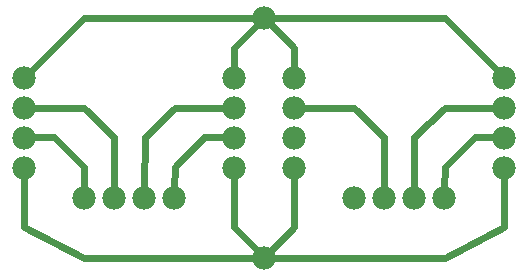
<source format=gbl>
G04 MADE WITH FRITZING*
G04 WWW.FRITZING.ORG*
G04 DOUBLE SIDED*
G04 HOLES PLATED*
G04 CONTOUR ON CENTER OF CONTOUR VECTOR*
%ASAXBY*%
%FSLAX23Y23*%
%MOIN*%
%OFA0B0*%
%SFA1.0B1.0*%
%ADD10C,0.078000*%
%ADD11C,0.024000*%
%LNCOPPER0*%
G90*
G70*
G54D10*
X1715Y804D03*
X1715Y704D03*
X1715Y604D03*
X1715Y504D03*
X1015Y804D03*
X1015Y704D03*
X1015Y604D03*
X1015Y504D03*
X1215Y404D03*
X1315Y404D03*
X1415Y404D03*
X1515Y404D03*
X315Y404D03*
X415Y404D03*
X515Y404D03*
X615Y404D03*
X915Y204D03*
X915Y1004D03*
X115Y804D03*
X115Y704D03*
X115Y604D03*
X115Y504D03*
X815Y804D03*
X815Y704D03*
X815Y604D03*
X815Y504D03*
G54D11*
X1616Y605D02*
X1516Y505D01*
D02*
X1516Y505D02*
X1515Y435D01*
D02*
X1685Y605D02*
X1616Y605D01*
D02*
X1516Y703D02*
X1415Y605D01*
D02*
X1415Y605D02*
X1415Y435D01*
D02*
X1685Y704D02*
X1516Y703D01*
D02*
X1516Y1004D02*
X1694Y826D01*
D02*
X945Y1004D02*
X1516Y1004D01*
D02*
X1215Y703D02*
X1315Y605D01*
D02*
X1315Y605D02*
X1315Y435D01*
D02*
X1045Y704D02*
X1215Y703D01*
D02*
X315Y703D02*
X145Y704D01*
D02*
X415Y605D02*
X315Y703D01*
D02*
X415Y435D02*
X415Y605D01*
D02*
X315Y204D02*
X115Y305D01*
D02*
X115Y305D02*
X115Y474D01*
D02*
X885Y204D02*
X315Y204D01*
D02*
X315Y1004D02*
X136Y826D01*
D02*
X885Y1004D02*
X315Y1004D01*
D02*
X315Y505D02*
X215Y605D01*
D02*
X215Y605D02*
X145Y605D01*
D02*
X315Y435D02*
X315Y505D01*
D02*
X616Y505D02*
X615Y435D01*
D02*
X714Y605D02*
X616Y505D01*
D02*
X785Y605D02*
X714Y605D01*
D02*
X1015Y904D02*
X1015Y835D01*
D02*
X936Y983D02*
X1015Y904D01*
D02*
X1516Y204D02*
X1714Y305D01*
D02*
X1714Y305D02*
X1715Y474D01*
D02*
X945Y204D02*
X1516Y204D01*
D02*
X814Y904D02*
X815Y835D01*
D02*
X893Y983D02*
X814Y904D01*
D02*
X1015Y305D02*
X1015Y474D01*
D02*
X936Y226D02*
X1015Y305D01*
D02*
X616Y703D02*
X516Y605D01*
D02*
X516Y605D02*
X515Y435D01*
D02*
X785Y704D02*
X616Y703D01*
D02*
X893Y226D02*
X814Y305D01*
D02*
X814Y305D02*
X815Y474D01*
G04 End of Copper0*
M02*
</source>
